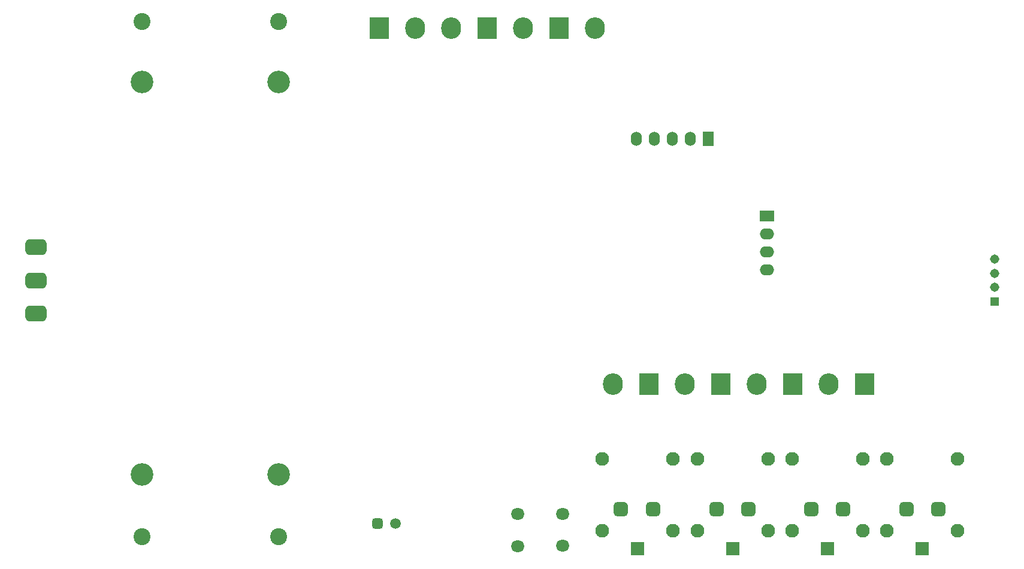
<source format=gbr>
%TF.GenerationSoftware,Altium Limited,Altium Designer,21.3.2 (30)*%
G04 Layer_Color=255*
%FSLAX26Y26*%
%MOIN*%
%TF.SameCoordinates,5CB9DBA1-4DA9-4ED0-9B61-E5D9B39C4D3D*%
%TF.FilePolarity,Positive*%
%TF.FileFunction,Pads,Bot*%
%TF.Part,Single*%
G01*
G75*
%TA.AperFunction,SMDPad,CuDef*%
G04:AMPARAMS|DCode=21|XSize=78.74mil|YSize=78.74mil|CornerRadius=19.685mil|HoleSize=0mil|Usage=FLASHONLY|Rotation=270.000|XOffset=0mil|YOffset=0mil|HoleType=Round|Shape=RoundedRectangle|*
%AMROUNDEDRECTD21*
21,1,0.078740,0.039370,0,0,270.0*
21,1,0.039370,0.078740,0,0,270.0*
1,1,0.039370,-0.019685,-0.019685*
1,1,0.039370,-0.019685,0.019685*
1,1,0.039370,0.019685,0.019685*
1,1,0.039370,0.019685,-0.019685*
%
%ADD21ROUNDEDRECTD21*%
%TA.AperFunction,ComponentPad*%
G04:AMPARAMS|DCode=40|XSize=86.614mil|YSize=118.11mil|CornerRadius=21.654mil|HoleSize=0mil|Usage=FLASHONLY|Rotation=270.000|XOffset=0mil|YOffset=0mil|HoleType=Round|Shape=RoundedRectangle|*
%AMROUNDEDRECTD40*
21,1,0.086614,0.074803,0,0,270.0*
21,1,0.043307,0.118110,0,0,270.0*
1,1,0.043307,-0.037401,-0.021654*
1,1,0.043307,-0.037401,0.021654*
1,1,0.043307,0.037401,0.021654*
1,1,0.043307,0.037401,-0.021654*
%
%ADD40ROUNDEDRECTD40*%
%ADD41R,0.110000X0.120000*%
%ADD42O,0.110000X0.120000*%
%ADD45C,0.059055*%
G04:AMPARAMS|DCode=46|XSize=59.055mil|YSize=59.055mil|CornerRadius=14.764mil|HoleSize=0mil|Usage=FLASHONLY|Rotation=0.000|XOffset=0mil|YOffset=0mil|HoleType=Round|Shape=RoundedRectangle|*
%AMROUNDEDRECTD46*
21,1,0.059055,0.029527,0,0,0.0*
21,1,0.029527,0.059055,0,0,0.0*
1,1,0.029528,0.014764,-0.014764*
1,1,0.029528,-0.014764,-0.014764*
1,1,0.029528,-0.014764,0.014764*
1,1,0.029528,0.014764,0.014764*
%
%ADD46ROUNDEDRECTD46*%
%ADD47C,0.094488*%
%ADD48C,0.125984*%
%ADD50O,0.075000X0.065000*%
%ADD51C,0.076772*%
%ADD52R,0.076772X0.076772*%
%ADD53R,0.051496X0.051496*%
%ADD54C,0.051496*%
%ADD58O,0.060000X0.080000*%
%ADD59R,0.060000X0.080000*%
%ADD60O,0.080000X0.060000*%
%ADD61R,0.080000X0.060000*%
D21*
X4665583Y378000D02*
D03*
X4488417D02*
D03*
X4140583D02*
D03*
X3963417D02*
D03*
X3608583D02*
D03*
X3431417D02*
D03*
X5195583D02*
D03*
X5018417D02*
D03*
D40*
X175000Y1465961D02*
D03*
Y1651000D02*
D03*
Y1836039D02*
D03*
D41*
X4786000Y1075000D02*
D03*
X4385667D02*
D03*
X3985333D02*
D03*
X3585000D02*
D03*
X2086000Y3059000D02*
D03*
X2686000D02*
D03*
X3086000D02*
D03*
D42*
X4586000Y1075000D02*
D03*
X4185667D02*
D03*
X3785333D02*
D03*
X3385000D02*
D03*
X2286000Y3059000D02*
D03*
X2486000D02*
D03*
X2886000D02*
D03*
X3286000D02*
D03*
D45*
X2178000Y296449D02*
D03*
D46*
X2078000D02*
D03*
D47*
X767000Y223182D02*
D03*
Y3093261D02*
D03*
X1526843D02*
D03*
Y223182D02*
D03*
D48*
Y569245D02*
D03*
X767000D02*
D03*
X1526843Y2759009D02*
D03*
X767000D02*
D03*
D50*
X3105000Y350000D02*
D03*
X3106000Y173000D02*
D03*
X2856000Y172000D02*
D03*
X2855000Y350000D02*
D03*
D51*
X4776184Y658158D02*
D03*
X4382483D02*
D03*
Y256583D02*
D03*
X4776184D02*
D03*
X3720850Y658158D02*
D03*
X3327150D02*
D03*
Y256583D02*
D03*
X3720850D02*
D03*
X4248517Y658158D02*
D03*
X3854816D02*
D03*
Y256583D02*
D03*
X4248517D02*
D03*
X5303850Y658158D02*
D03*
X4910149D02*
D03*
Y256583D02*
D03*
X5303850D02*
D03*
D52*
X4579333Y158157D02*
D03*
X3524000D02*
D03*
X4051667D02*
D03*
X5107000D02*
D03*
D53*
X5511000Y1534890D02*
D03*
D54*
Y1613630D02*
D03*
Y1692370D02*
D03*
Y1771110D02*
D03*
D58*
X3518000Y2441000D02*
D03*
X3618000D02*
D03*
X3718000D02*
D03*
X3818000D02*
D03*
D59*
X3918000D02*
D03*
D60*
X4244000Y1712000D02*
D03*
Y1812000D02*
D03*
Y1912000D02*
D03*
D61*
Y2012000D02*
D03*
%TF.MD5,1611a53748dd278e08ea58867c4b2137*%
M02*

</source>
